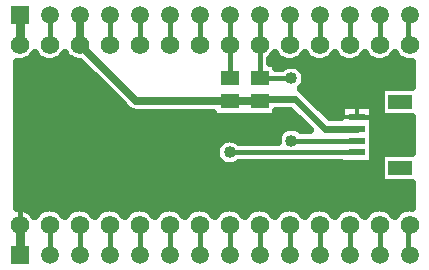
<source format=gbl>
G04 DipTrace 3.3.1.3*
G04 T3-4-Breakout.gbl*
%MOIN*%
G04 #@! TF.FileFunction,Copper,L2,Bot*
G04 #@! TF.Part,Single*
G04 #@! TA.AperFunction,Conductor*
%ADD13C,0.023622*%
G04 #@! TA.AperFunction,CopperBalancing*
%ADD14C,0.025*%
G04 #@! TA.AperFunction,Conductor*
%ADD15C,0.015*%
%ADD16C,0.03*%
G04 #@! TA.AperFunction,CopperBalancing*
%ADD18C,0.01299*%
G04 #@! TA.AperFunction,ComponentPad*
%ADD19R,0.059055X0.059055*%
%ADD20C,0.059055*%
%ADD22R,0.07874X0.047244*%
%ADD23R,0.05315X0.023622*%
%ADD24R,0.059055X0.051181*%
G04 #@! TA.AperFunction,ComponentPad*
%ADD26C,0.06194*%
G04 #@! TA.AperFunction,ViaPad*
%ADD27C,0.04*%
%FSLAX26Y26*%
G04*
G70*
G90*
G75*
G01*
G04 Bottom*
%LPD*%
X1568700Y863385D2*
D13*
X1461354D1*
X1362348Y962390D1*
X1243700D1*
Y956298D1*
X643700Y1143700D2*
D14*
Y1243700D1*
X1143700Y956298D2*
X831102D1*
X643700Y1143700D1*
X1243700Y956298D2*
X1143700D1*
X1443700Y1143700D2*
D15*
Y1243700D1*
X1343700Y1143700D2*
Y1243700D1*
X1243700D2*
Y1143700D1*
Y1031102D2*
X1349850D1*
Y824015D2*
X1568700D1*
X1243700Y1143700D2*
Y1031102D1*
X1143700Y1243700D2*
Y1143700D1*
Y784645D2*
X1568700D1*
X1143700Y1143700D2*
Y1031102D1*
X443700Y543700D2*
D16*
Y443700D1*
Y543700D2*
D15*
Y615581D1*
X467200Y639081D1*
X1589773D1*
X1643569Y692876D1*
Y902755D1*
X1568700D1*
X1743700Y543700D2*
X1737309D1*
Y443700D1*
X1743700D1*
X1643700Y543700D2*
Y443700D1*
X1543700Y543700D2*
Y443700D1*
X1443700Y543700D2*
Y443700D1*
X1343700Y543700D2*
Y443700D1*
X1243700Y543700D2*
Y443700D1*
X1143700Y543700D2*
Y443700D1*
X1043700Y543700D2*
Y443700D1*
X943700Y543700D2*
Y443700D1*
X843700Y543700D2*
Y443700D1*
X743700Y543700D2*
Y443700D1*
X643700Y543700D2*
Y443700D1*
X543700Y543700D2*
Y443700D1*
X1643700Y1143700D2*
Y1243700D1*
X1543700Y1143700D2*
Y1243700D1*
X1043700Y1143700D2*
Y1243700D1*
X943700Y1143700D2*
Y1243700D1*
X843700Y1143700D2*
Y1243700D1*
X743700Y1143700D2*
Y1243700D1*
X1743700Y1143700D2*
X1737309D1*
Y1243700D1*
X1743700D1*
X543700Y1143700D2*
Y1243700D1*
X443700Y1143700D2*
D16*
Y1243700D1*
D27*
X1349850Y1031102D3*
Y824015D3*
X1143700Y784645D3*
X485726Y1101987D2*
D14*
X501683D1*
X585735D2*
X601692D1*
X1285729D2*
X1301684D1*
X1385701D2*
X1401693D1*
X1485710D2*
X1501667D1*
X1585720D2*
X1601676D1*
X1685729D2*
X1701686D1*
X438718Y1077119D2*
X652648D1*
X1302235D2*
X1340726D1*
X1358968D2*
X1748693D1*
X438718Y1052250D2*
X677515D1*
X1393739D2*
X1748693D1*
X438718Y1027381D2*
X702382D1*
X1398692D2*
X1748693D1*
X438718Y1002512D2*
X727251D1*
X1389003D2*
X1645024D1*
X438718Y977644D2*
X752119D1*
X1403751D2*
X1645024D1*
X438718Y952775D2*
X776986D1*
X1428619D2*
X1645024D1*
X438718Y927906D2*
X801890D1*
X1453487D2*
X1513150D1*
X1624259D2*
X1645024D1*
X438718Y903037D2*
X1365020D1*
X1478355D2*
X1513150D1*
X1624259D2*
X1748693D1*
X438718Y878169D2*
X1389888D1*
X1624259D2*
X1748693D1*
X438718Y853300D2*
X1311230D1*
X1624259D2*
X1748693D1*
X438718Y828431D2*
X1125565D1*
X1161821D2*
X1301074D1*
X1624259D2*
X1748693D1*
X438718Y803562D2*
X1098724D1*
X1624259D2*
X1748693D1*
X438718Y778693D2*
X1095099D1*
X1624259D2*
X1645024D1*
X438718Y753825D2*
X1106403D1*
X1624259D2*
X1645024D1*
X438718Y728956D2*
X1645024D1*
X438718Y704087D2*
X1645024D1*
X438718Y679218D2*
X1748693D1*
X438718Y654350D2*
X1748693D1*
X438718Y629481D2*
X1748693D1*
X438718Y604612D2*
X1748693D1*
X1656712Y1004048D2*
X1751195D1*
X1751200Y1086731D1*
X1743700Y1086241D1*
X1734712Y1086948D1*
X1725944Y1089053D1*
X1717613Y1092503D1*
X1709926Y1097214D1*
X1703070Y1103070D1*
X1697214Y1109926D1*
X1693717Y1115445D1*
X1690186Y1109926D1*
X1684330Y1103070D1*
X1677474Y1097214D1*
X1669787Y1092503D1*
X1661456Y1089053D1*
X1652688Y1086948D1*
X1643700Y1086241D1*
X1634712Y1086948D1*
X1625944Y1089053D1*
X1617613Y1092503D1*
X1609926Y1097214D1*
X1603070Y1103070D1*
X1597214Y1109926D1*
X1593717Y1115445D1*
X1590186Y1109926D1*
X1584330Y1103070D1*
X1577474Y1097214D1*
X1569787Y1092503D1*
X1561456Y1089053D1*
X1552688Y1086948D1*
X1543700Y1086241D1*
X1534712Y1086948D1*
X1525944Y1089053D1*
X1517613Y1092503D1*
X1509926Y1097214D1*
X1503070Y1103070D1*
X1497214Y1109926D1*
X1493717Y1115445D1*
X1490186Y1109926D1*
X1484330Y1103070D1*
X1477474Y1097214D1*
X1469787Y1092503D1*
X1461456Y1089053D1*
X1452688Y1086948D1*
X1443700Y1086241D1*
X1434712Y1086948D1*
X1425944Y1089053D1*
X1417613Y1092503D1*
X1409926Y1097214D1*
X1403070Y1103070D1*
X1397214Y1109926D1*
X1393717Y1115445D1*
X1390186Y1109926D1*
X1384330Y1103070D1*
X1377474Y1097214D1*
X1369787Y1092503D1*
X1361456Y1089053D1*
X1352688Y1086948D1*
X1343700Y1086241D1*
X1334712Y1086948D1*
X1325944Y1089053D1*
X1317613Y1092503D1*
X1309926Y1097214D1*
X1303070Y1103070D1*
X1297214Y1109926D1*
X1293717Y1115445D1*
X1290186Y1109926D1*
X1284330Y1103070D1*
X1277682Y1097377D1*
X1277690Y1083163D1*
X1299718Y1083182D1*
Y1065061D1*
X1318159Y1065091D1*
X1322523Y1068713D1*
X1328743Y1072524D1*
X1335483Y1075317D1*
X1342577Y1077019D1*
X1349850Y1077591D1*
X1357123Y1077019D1*
X1364216Y1075317D1*
X1370956Y1072524D1*
X1377176Y1068713D1*
X1382724Y1063976D1*
X1387461Y1058428D1*
X1391272Y1052208D1*
X1394065Y1045468D1*
X1395767Y1038375D1*
X1396339Y1031102D1*
X1395767Y1023829D1*
X1394065Y1016735D1*
X1391272Y1009995D1*
X1387461Y1003775D1*
X1382724Y998228D1*
X1380472Y996148D1*
X1384861Y993377D1*
X1389439Y989465D1*
X1477200Y901705D1*
X1515646Y901686D1*
X1515636Y941056D1*
X1621764D1*
Y746344D1*
X1515636D1*
Y750686D1*
X1175445Y750655D1*
X1171027Y747033D1*
X1164806Y743222D1*
X1158066Y740431D1*
X1150973Y738728D1*
X1143700Y738155D1*
X1136427Y738728D1*
X1129334Y740431D1*
X1122594Y743222D1*
X1116373Y747033D1*
X1110826Y751772D1*
X1106088Y757319D1*
X1102277Y763539D1*
X1099485Y770279D1*
X1097783Y777372D1*
X1097210Y784645D1*
X1097783Y791918D1*
X1099485Y799011D1*
X1102277Y805751D1*
X1106088Y811972D1*
X1110826Y817519D1*
X1116373Y822256D1*
X1122594Y826067D1*
X1129334Y828860D1*
X1136427Y830562D1*
X1143700Y831134D1*
X1150973Y830562D1*
X1158066Y828860D1*
X1164806Y826067D1*
X1171027Y822256D1*
X1175369Y818632D1*
X1303708Y818634D1*
X1303360Y824015D1*
X1303932Y831288D1*
X1305634Y838381D1*
X1308427Y845121D1*
X1312238Y851342D1*
X1316976Y856889D1*
X1322523Y861627D1*
X1328743Y865438D1*
X1335483Y868230D1*
X1342577Y869932D1*
X1349850Y870504D1*
X1357123Y869932D1*
X1364216Y868230D1*
X1370956Y865438D1*
X1377176Y861627D1*
X1381519Y858002D1*
X1412540Y858004D1*
X1346502Y924070D1*
X1299730Y924090D1*
X1299717Y904218D1*
X1087683Y904217D1*
Y917315D1*
X828043Y917428D1*
X821999Y918385D1*
X816180Y920276D1*
X810729Y923054D1*
X805780Y926650D1*
X771053Y961207D1*
X645985Y1086275D1*
X639192Y1086418D1*
X630287Y1087827D1*
X621710Y1090615D1*
X613678Y1094708D1*
X606382Y1100007D1*
X600007Y1106382D1*
X594708Y1113678D1*
X593717Y1115445D1*
X590186Y1109926D1*
X584330Y1103070D1*
X577474Y1097214D1*
X569787Y1092503D1*
X561456Y1089053D1*
X552688Y1086948D1*
X543700Y1086241D1*
X534712Y1086948D1*
X525944Y1089053D1*
X517613Y1092503D1*
X509926Y1097214D1*
X503070Y1103070D1*
X497214Y1109926D1*
X493717Y1115445D1*
X490186Y1109926D1*
X484330Y1103070D1*
X477474Y1097214D1*
X469787Y1092503D1*
X461456Y1089053D1*
X452688Y1086948D1*
X443700Y1086241D1*
X436199Y1086772D1*
X436200Y600669D1*
X443006Y601155D1*
X450340Y600775D1*
X457566Y599461D1*
X464565Y597238D1*
X471224Y594140D1*
X477432Y590217D1*
X483090Y585533D1*
X488104Y580169D1*
X492393Y574207D1*
X493699Y572002D1*
X497214Y577474D1*
X503070Y584330D1*
X509926Y590186D1*
X517613Y594897D1*
X525944Y598347D1*
X534712Y600452D1*
X543700Y601159D1*
X552688Y600452D1*
X561456Y598347D1*
X569787Y594897D1*
X577474Y590186D1*
X584330Y584330D1*
X590186Y577474D1*
X593683Y571955D1*
X597214Y577474D1*
X603070Y584330D1*
X609926Y590186D1*
X617613Y594897D1*
X625944Y598347D1*
X634712Y600452D1*
X643700Y601159D1*
X652688Y600452D1*
X661456Y598347D1*
X669787Y594897D1*
X677474Y590186D1*
X684330Y584330D1*
X690186Y577474D1*
X693683Y571955D1*
X697214Y577474D1*
X703070Y584330D1*
X709926Y590186D1*
X717613Y594897D1*
X725944Y598347D1*
X734712Y600452D1*
X743700Y601159D1*
X752688Y600452D1*
X761456Y598347D1*
X769787Y594897D1*
X777474Y590186D1*
X784330Y584330D1*
X790186Y577474D1*
X793683Y571955D1*
X797214Y577474D1*
X803070Y584330D1*
X809926Y590186D1*
X817613Y594897D1*
X825944Y598347D1*
X834712Y600452D1*
X843700Y601159D1*
X852688Y600452D1*
X861456Y598347D1*
X869787Y594897D1*
X877474Y590186D1*
X884330Y584330D1*
X890186Y577474D1*
X893683Y571955D1*
X897214Y577474D1*
X903070Y584330D1*
X909926Y590186D1*
X917613Y594897D1*
X925944Y598347D1*
X934712Y600452D1*
X943700Y601159D1*
X952688Y600452D1*
X961456Y598347D1*
X969787Y594897D1*
X977474Y590186D1*
X984330Y584330D1*
X990186Y577474D1*
X993683Y571955D1*
X997214Y577474D1*
X1003070Y584330D1*
X1009926Y590186D1*
X1017613Y594897D1*
X1025944Y598347D1*
X1034712Y600452D1*
X1043700Y601159D1*
X1052688Y600452D1*
X1061456Y598347D1*
X1069787Y594897D1*
X1077474Y590186D1*
X1084330Y584330D1*
X1090186Y577474D1*
X1093683Y571955D1*
X1097214Y577474D1*
X1103070Y584330D1*
X1109926Y590186D1*
X1117613Y594897D1*
X1125944Y598347D1*
X1134712Y600452D1*
X1143700Y601159D1*
X1152688Y600452D1*
X1161456Y598347D1*
X1169787Y594897D1*
X1177474Y590186D1*
X1184330Y584330D1*
X1190186Y577474D1*
X1193683Y571955D1*
X1197214Y577474D1*
X1203070Y584330D1*
X1209926Y590186D1*
X1217613Y594897D1*
X1225944Y598347D1*
X1234712Y600452D1*
X1243700Y601159D1*
X1252688Y600452D1*
X1261456Y598347D1*
X1269787Y594897D1*
X1277474Y590186D1*
X1284330Y584330D1*
X1290186Y577474D1*
X1293683Y571955D1*
X1297214Y577474D1*
X1303070Y584330D1*
X1309926Y590186D1*
X1317613Y594897D1*
X1325944Y598347D1*
X1334712Y600452D1*
X1343700Y601159D1*
X1352688Y600452D1*
X1361456Y598347D1*
X1369787Y594897D1*
X1377474Y590186D1*
X1384330Y584330D1*
X1390186Y577474D1*
X1393683Y571955D1*
X1397214Y577474D1*
X1403070Y584330D1*
X1409926Y590186D1*
X1417613Y594897D1*
X1425944Y598347D1*
X1434712Y600452D1*
X1443700Y601159D1*
X1452688Y600452D1*
X1461456Y598347D1*
X1469787Y594897D1*
X1477474Y590186D1*
X1484330Y584330D1*
X1490186Y577474D1*
X1493683Y571955D1*
X1497214Y577474D1*
X1503070Y584330D1*
X1509926Y590186D1*
X1517613Y594897D1*
X1525944Y598347D1*
X1534712Y600452D1*
X1543700Y601159D1*
X1552688Y600452D1*
X1561456Y598347D1*
X1569787Y594897D1*
X1577474Y590186D1*
X1584330Y584330D1*
X1590186Y577474D1*
X1593683Y571955D1*
X1597214Y577474D1*
X1603070Y584330D1*
X1609926Y590186D1*
X1617613Y594897D1*
X1625944Y598347D1*
X1634712Y600452D1*
X1643700Y601159D1*
X1652688Y600452D1*
X1661456Y598347D1*
X1669787Y594897D1*
X1677474Y590186D1*
X1684330Y584330D1*
X1690186Y577474D1*
X1693683Y571955D1*
X1697214Y577474D1*
X1703070Y584330D1*
X1709926Y590186D1*
X1717613Y594897D1*
X1725944Y598347D1*
X1734712Y600452D1*
X1743700Y601159D1*
X1751201Y600628D1*
X1751200Y683322D1*
X1647525Y683352D1*
Y783575D1*
X1751195D1*
X1751200Y903794D1*
X1647525Y903825D1*
Y1004048D1*
X1656712D1*
X1568700Y941020D2*
D18*
Y902755D1*
X1515671D2*
X1621729D1*
X443700Y601124D2*
Y543700D1*
D19*
Y1243700D3*
D20*
X543700D3*
X643700D3*
X743700D3*
X843700D3*
X943700D3*
X1043700D3*
X1143700D3*
X1243700D3*
X1343700D3*
X1443700D3*
X1543700D3*
X1643700D3*
X1743700D3*
D19*
X443700Y443700D3*
D20*
X543700D3*
X643700D3*
X743700D3*
X843700D3*
X943700D3*
X1043700D3*
X1143700D3*
X1243700D3*
X1343700D3*
X1443700D3*
X1543700D3*
X1643700D3*
X1743700D3*
D22*
X1713385Y953936D3*
Y733464D3*
D23*
X1568700Y902755D3*
Y863385D3*
Y824015D3*
Y784645D3*
D24*
X1243700Y956298D3*
Y1031102D3*
X1143700Y956298D3*
Y1031102D3*
D26*
X443700Y543700D3*
X543700D3*
X643700D3*
X743700D3*
X843700D3*
X943700D3*
X1043700D3*
X1143700D3*
X1243700D3*
X1343700D3*
X1443700D3*
X1543700D3*
X1643700D3*
X1743700D3*
Y1143700D3*
X1643700D3*
X1543700D3*
X1443700D3*
X1343700D3*
X1243700D3*
X1143700D3*
X1043700D3*
X943700D3*
X843700D3*
X743700D3*
X643700D3*
X543700D3*
X443700D3*
M02*

</source>
